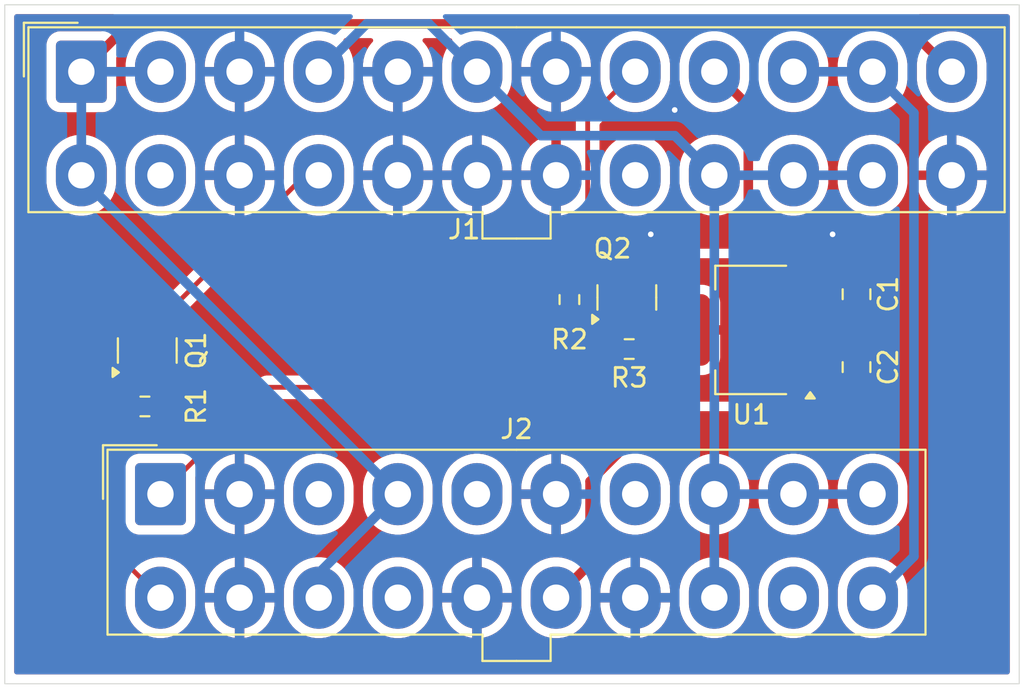
<source format=kicad_pcb>
(kicad_pcb (version 20240108) (generator "pcbnew") (generator_version "8.0")
  (layers (0 "F.Cu" signal) (31 "B.Cu" signal) (34 "B.Paste" user) (35 "F.Paste" user) (36 "B.SilkS" user "B.Silkscreen") (37 "F.SilkS" user "F.Silkscreen") (38 "B.Mask" user) (39 "F.Mask" user) (44 "Edge.Cuts" user))
  (net 0 "")
  (net 1 "GND")
  (net 2 "+5VSB")
  (net 3 "+3V3SB")
  (net 4 "+3V3")
  (net 5 "+5V")
  (net 6 "+12V")
  (net 7 "-12V")
  (net 9 "/PWR_OK")
  (net 10 "Net-(J1-PS_ON#)")
  (net 11 "/PS_ON")
  (net 17 "Net-(Q1-B)")
  (net 18 "Net-(Q2-B)")
  (net 19 "Net-(J1-PWR_OK)")
  (footprint "Capacitor_SMD:C_0805_2012Metric" (layer "F.Cu") (at 155.448 93.098999 -90)
    (property "Reference" "C1" (at 0 -1.679999 90) (layer "F.SilkS"))
    (property "Value" "10uF")
    (fp_line (start -0.261253 0.735) (end 0.261253 0.735) (stroke (width 0.12)) (layer "F.SilkS"))
    (fp_line (start -0.261253 -0.735) (end 0.261253 -0.735) (stroke (width 0.12)) (layer "F.SilkS"))
    (pad "1" smd roundrect (at -0.949999 0 270) (size 1 1.45) (layers "F.Cu" "F.Paste" "F.Mask") (net 2 "+5VSB"))
    (pad "2" smd roundrect (at 0.949999 0 270) (size 1 1.45) (layers "F.Cu" "F.Paste" "F.Mask") (net 1 "GND"))
  )
  (footprint "Package_TO_SOT_SMD:SOT-223-3_TabPin2" (layer "F.Cu") (at 149.86 94.996 180)
    (property "Reference" "U1" (at 0 -4.500001 360) (layer "F.SilkS"))
    (property "Value" "LM1117MP-3.3")
    (fp_line (start 1.91 3.41) (end 1.91 2.150001) (stroke (width 0.12)) (layer "F.SilkS"))
    (fp_line (start 1.91 -3.41) (end 1.91 -2.150001) (stroke (width 0.12)) (layer "F.SilkS"))
    (fp_line (start -1.85 3.410001) (end 1.91 3.41) (stroke (width 0.12)) (layer "F.SilkS"))
    (fp_line (start -1.85 -3.410001) (end 1.91 -3.41) (stroke (width 0.12)) (layer "F.SilkS"))
    (fp_poly (pts (xy -3.13 -3.31) (xy -3.37 -3.64) (xy -2.89 -3.64) (xy -3.13 -3.31)) (stroke (width 0.12)) (fill solid) (layer "F.SilkS"))
    (pad "1" smd roundrect (at -3.15 -2.3 180) (size 2 1.5) (layers "F.Cu" "F.Paste" "F.Mask") (net 1 "GND"))
    (pad "2" smd roundrect (at -3.149999 0 180) (size 2 1.5) (layers "F.Cu" "F.Paste" "F.Mask") (net 3 "+3V3SB"))
    (pad "2" smd roundrect (at 3.149999 0 180) (size 2 3.8) (layers "F.Cu" "F.Paste" "F.Mask") (net 3 "+3V3SB"))
    (pad "3" smd roundrect (at -3.15 2.3 180) (size 2 1.5) (layers "F.Cu" "F.Paste" "F.Mask") (net 2 "+5VSB"))
  )
  (footprint "Resistor_SMD:R_0603_1608Metric" (layer "F.Cu") (at 117.675 99.06 180)
    (property "Reference" "R1" (at -2.721 0 90) (layer "F.SilkS"))
    (property "Value" "1k")
    (fp_line (start -0.237258 0.5225) (end 0.237258 0.5225) (stroke (width 0.12)) (layer "F.SilkS"))
    (fp_line (start -0.237258 -0.5225) (end 0.237258 -0.5225) (stroke (width 0.12)) (layer "F.SilkS"))
    (pad "1" smd roundrect (at -0.825 0 180) (size 0.8 0.95) (layers "F.Cu" "F.Paste" "F.Mask") (net 11 "/PS_ON"))
    (pad "2" smd roundrect (at 0.825 0 180) (size 0.8 0.95) (layers "F.Cu" "F.Paste" "F.Mask") (net 17 "Net-(Q1-B)"))
  )
  (footprint "Connector_Molex:Molex_Mini-Fit_Jr_5566-20A_2x10_P4.20mm_Vertical" (layer "F.Cu") (at 118.5 103.72)
    (property "Reference" "J2" (at 18.9 -3.45 0) (layer "F.SilkS"))
    (property "Value" "XBOX")
    (fp_line (start -3.05 -2.6) (end -3.05 0.25) (stroke (width 0.12)) (layer "F.SilkS"))
    (fp_line (start -2.81 -2.36) (end -2.81 7.46) (stroke (width 0.12)) (layer "F.SilkS"))
    (fp_line (start -2.81 7.46) (end 17.09 7.46) (stroke (width 0.12)) (layer "F.SilkS"))
    (fp_line (start -0.2 -2.6) (end -3.05 -2.6) (stroke (width 0.12)) (layer "F.SilkS"))
    (fp_line (start 17.09 7.46) (end 17.09 8.86) (stroke (width 0.12)) (layer "F.SilkS"))
    (fp_line (start 17.09 8.86) (end 18.9 8.86) (stroke (width 0.12)) (layer "F.SilkS"))
    (fp_line (start 18.9 -2.36) (end -2.81 -2.36) (stroke (width 0.12)) (layer "F.SilkS"))
    (fp_line (start 18.9 -2.36) (end 40.61 -2.36) (stroke (width 0.12)) (layer "F.SilkS"))
    (fp_line (start 20.71 7.46) (end 20.71 8.86) (stroke (width 0.12)) (layer "F.SilkS"))
    (fp_line (start 20.71 8.86) (end 18.9 8.86) (stroke (width 0.12)) (layer "F.SilkS"))
    (fp_line (start 40.61 -2.36) (end 40.61 7.46) (stroke (width 0.12)) (layer "F.SilkS"))
    (fp_line (start 40.61 7.46) (end 20.71 7.46) (stroke (width 0.12)) (layer "F.SilkS"))
    (pad "1" thru_hole roundrect (at 0 0) (size 2.7 3.3) (drill 1.4) (layers "*.Cu" "*.Mask") (roundrect_rratio 0.092593) (net 9 "/PWR_OK"))
    (pad "2" thru_hole oval (at 4.2 0) (size 2.7 3.3) (drill 1.4) (layers "*.Cu" "*.Mask") (net 1 "GND"))
    (pad "3" thru_hole oval (at 8.4 0) (size 2.7 3.3) (drill 1.4) (layers "*.Cu" "*.Mask"))
    (pad "4" thru_hole oval (at 12.6 0) (size 2.7 3.3) (drill 1.4) (layers "*.Cu" "*.Mask") (net 4 "+3V3"))
    (pad "5" thru_hole oval (at 16.8 0) (size 2.7 3.3) (drill 1.4) (layers "*.Cu" "*.Mask"))
    (pad "6" thru_hole oval (at 21 0) (size 2.7 3.3) (drill 1.4) (layers "*.Cu" "*.Mask") (net 1 "GND"))
    (pad "7" thru_hole oval (at 25.2 0) (size 2.7 3.3) (drill 1.4) (layers "*.Cu" "*.Mask"))
    (pad "8" thru_hole oval (at 29.4 0) (size 2.7 3.3) (drill 1.4) (layers "*.Cu" "*.Mask") (net 5 "+5V"))
    (pad "9" thru_hole oval (at 33.6 0) (size 2.7 3.3) (drill 1.4) (layers "*.Cu" "*.Mask") (net 5 "+5V"))
    (pad "10" thru_hole oval (at 37.8 0) (size 2.7 3.3) (drill 1.4) (layers "*.Cu" "*.Mask") (net 5 "+5V"))
    (pad "11" thru_hole oval (at 0 5.5) (size 2.7 3.3) (drill 1.4) (layers "*.Cu" "*.Mask") (net 11 "/PS_ON"))
    (pad "12" thru_hole oval (at 4.2 5.5) (size 2.7 3.3) (drill 1.4) (layers "*.Cu" "*.Mask") (net 1 "GND"))
    (pad "13" thru_hole oval (at 8.4 5.5) (size 2.7 3.3) (drill 1.4) (layers "*.Cu" "*.Mask") (net 4 "+3V3"))
    (pad "14" thru_hole oval (at 12.6 5.5) (size 2.7 3.3) (drill 1.4) (layers "*.Cu" "*.Mask"))
    (pad "15" thru_hole oval (at 16.8 5.5) (size 2.7 3.3) (drill 1.4) (layers "*.Cu" "*.Mask") (net 1 "GND"))
    (pad "16" thru_hole oval (at 21 5.5) (size 2.7 3.3) (drill 1.4) (layers "*.Cu" "*.Mask") (net 3 "+3V3SB"))
    (pad "17" thru_hole oval (at 25.2 5.5) (size 2.7 3.3) (drill 1.4) (layers "*.Cu" "*.Mask") (net 1 "GND"))
    (pad "18" thru_hole oval (at 29.4 5.5) (size 2.7 3.3) (drill 1.4) (layers "*.Cu" "*.Mask") (net 5 "+5V"))
    (pad "19" thru_hole oval (at 33.6 5.5) (size 2.7 3.3) (drill 1.4) (layers "*.Cu" "*.Mask"))
    (pad "20" thru_hole oval (at 37.8 5.5) (size 2.7 3.3) (drill 1.4) (layers "*.Cu" "*.Mask") (net 6 "+12V"))
  )
  (footprint "Package_TO_SOT_SMD:SOT-23" (layer "F.Cu") (at 117.8 96.0905 90)
    (property "Reference" "Q1" (at 0 2.596 90) (layer "F.SilkS"))
    (property "Value" "MMBT3904")
    (fp_line (start 0 -1.560001) (end 0.65 -1.56) (stroke (width 0.12)) (layer "F.SilkS"))
    (fp_line (start 0 -1.560001) (end -0.65 -1.56) (stroke (width 0.12)) (layer "F.SilkS"))
    (fp_line (start 0 1.560001) (end 0.65 1.56) (stroke (width 0.12)) (layer "F.SilkS"))
    (fp_line (start 0 1.560001) (end -0.65 1.56) (stroke (width 0.12)) (layer "F.SilkS"))
    (fp_poly (pts (xy -1.1625 -1.51) (xy -1.4025 -1.84) (xy -0.9225 -1.839999) (xy -1.1625 -1.51)) (stroke (width 0.12)) (fill solid) (layer "F.SilkS"))
    (pad "1" smd roundrect (at -0.9375 -0.95 90) (size 1.475 0.6) (layers "F.Cu" "F.Paste" "F.Mask") (net 17 "Net-(Q1-B)"))
    (pad "2" smd roundrect (at -0.9375 0.95 90) (size 1.475 0.6) (layers "F.Cu" "F.Paste" "F.Mask") (net 1 "GND"))
    (pad "3" smd roundrect (at 0.937501 0 90) (size 1.475 0.6) (layers "F.Cu" "F.Paste" "F.Mask") (net 10 "Net-(J1-PS_ON#)"))
  )
  (footprint "Connector_Molex:Molex_Mini-Fit_Jr_5566-24A_2x12_P4.20mm_Vertical" (layer "F.Cu") (at 114.3 81.28)
    (property "Reference" "J1" (at 20.32 8.382 0) (layer "F.SilkS"))
    (property "Value" "ATX-24")
    (fp_line (start -3.05 -2.6) (end -3.05 0.25) (stroke (width 0.12)) (layer "F.SilkS"))
    (fp_line (start -2.81 -2.36) (end -2.81 7.46) (stroke (width 0.12)) (layer "F.SilkS"))
    (fp_line (start -2.81 7.46) (end 21.29 7.46) (stroke (width 0.12)) (layer "F.SilkS"))
    (fp_line (start -0.2 -2.6) (end -3.05 -2.6) (stroke (width 0.12)) (layer "F.SilkS"))
    (fp_line (start 21.29 7.46) (end 21.29 8.86) (stroke (width 0.12)) (layer "F.SilkS"))
    (fp_line (start 21.29 8.86) (end 23.1 8.86) (stroke (width 0.12)) (layer "F.SilkS"))
    (fp_line (start 23.1 -2.36) (end -2.81 -2.36) (stroke (width 0.12)) (layer "F.SilkS"))
    (fp_line (start 23.1 -2.36) (end 49.01 -2.36) (stroke (width 0.12)) (layer "F.SilkS"))
    (fp_line (start 24.91 7.46) (end 24.91 8.86) (stroke (width 0.12)) (layer "F.SilkS"))
    (fp_line (start 24.91 8.86) (end 23.1 8.86) (stroke (width 0.12)) (layer "F.SilkS"))
    (fp_line (start 49.01 -2.36) (end 49.01 7.46) (stroke (width 0.12)) (layer "F.SilkS"))
    (fp_line (start 49.01 7.46) (end 24.91 7.46) (stroke (width 0.12)) (layer "F.SilkS"))
    (pad "1" thru_hole roundrect (at 0 0) (size 2.7 3.3) (drill 1.4) (layers "*.Cu" "*.Mask") (roundrect_rratio 0.092593) (net 4 "+3V3"))
    (pad "2" thru_hole oval (at 4.2 0) (size 2.7 3.3) (drill 1.4) (layers "*.Cu" "*.Mask") (net 4 "+3V3"))
    (pad "3" thru_hole oval (at 8.4 0) (size 2.7 3.3) (drill 1.4) (layers "*.Cu" "*.Mask") (net 1 "GND"))
    (pad "4" thru_hole oval (at 12.6 0) (size 2.7 3.3) (drill 1.4) (layers "*.Cu" "*.Mask") (net 5 "+5V"))
    (pad "5" thru_hole oval (at 16.8 0) (size 2.7 3.3) (drill 1.4) (layers "*.Cu" "*.Mask") (net 1 "GND"))
    (pad "6" thru_hole oval (at 21 0) (size 2.7 3.3) (drill 1.4) (layers "*.Cu" "*.Mask") (net 5 "+5V"))
    (pad "7" thru_hole oval (at 25.2 0) (size 2.7 3.3) (drill 1.4) (layers "*.Cu" "*.Mask") (net 1 "GND"))
    (pad "8" thru_hole oval (at 29.4 0) (size 2.7 3.3) (drill 1.4) (layers "*.Cu" "*.Mask") (net 19 "Net-(J1-PWR_OK)"))
    (pad "9" thru_hole oval (at 33.6 0) (size 2.7 3.3) (drill 1.4) (layers "*.Cu" "*.Mask") (net 2 "+5VSB"))
    (pad "10" thru_hole oval (at 37.8 0) (size 2.7 3.3) (drill 1.4) (layers "*.Cu" "*.Mask") (net 6 "+12V"))
    (pad "11" thru_hole oval (at 42 0) (size 2.7 3.3) (drill 1.4) (layers "*.Cu" "*.Mask") (net 6 "+12V"))
    (pad "12" thru_hole oval (at 46.2 0) (size 2.7 3.3) (drill 1.4) (layers "*.Cu" "*.Mask") (net 4 "+3V3"))
    (pad "13" thru_hole oval (at 0 5.5) (size 2.7 3.3) (drill 1.4) (layers "*.Cu" "*.Mask") (net 4 "+3V3"))
    (pad "14" thru_hole oval (at 4.2 5.5) (size 2.7 3.3) (drill 1.4) (layers "*.Cu" "*.Mask") (net 7 "-12V"))
    (pad "15" thru_hole oval (at 8.4 5.5) (size 2.7 3.3) (drill 1.4) (layers "*.Cu" "*.Mask") (net 1 "GND"))
    (pad "16" thru_hole oval (at 12.6 5.5) (size 2.7 3.3) (drill 1.4) (layers "*.Cu" "*.Mask") (net 10 "Net-(J1-PS_ON#)"))
    (pad "17" thru_hole oval (at 16.8 5.5) (size 2.7 3.3) (drill 1.4) (layers "*.Cu" "*.Mask") (net 1 "GND"))
    (pad "18" thru_hole oval (at 21 5.5) (size 2.7 3.3) (drill 1.4) (layers "*.Cu" "*.Mask") (net 1 "GND"))
    (pad "19" thru_hole oval (at 25.2 5.5) (size 2.7 3.3) (drill 1.4) (layers "*.Cu" "*.Mask") (net 1 "GND"))
    (pad "20" thru_hole oval (at 29.4 5.5) (size 2.7 3.3) (drill 1.4) (layers "*.Cu" "*.Mask"))
    (pad "21" thru_hole oval (at 33.6 5.5) (size 2.7 3.3) (drill 1.4) (layers "*.Cu" "*.Mask") (net 5 "+5V"))
    (pad "22" thru_hole oval (at 37.8 5.5) (size 2.7 3.3) (drill 1.4) (layers "*.Cu" "*.Mask") (net 5 "+5V"))
    (pad "23" thru_hole oval (at 42 5.5) (size 2.7 3.3) (drill 1.4) (layers "*.Cu" "*.Mask") (net 5 "+5V"))
    (pad "24" thru_hole oval (at 46.2 5.5) (size 2.7 3.3) (drill 1.4) (layers "*.Cu" "*.Mask") (net 1 "GND"))
  )
  (footprint "Package_TO_SOT_SMD:SOT-23" (layer "F.Cu") (at 143.256 93.271 90)
    (property "Reference" "Q2" (at 2.593 -0.762 180) (layer "F.SilkS"))
    (property "Value" "MMBT3904")
    (fp_line (start 0 -1.560001) (end 0.65 -1.56) (stroke (width 0.12)) (layer "F.SilkS"))
    (fp_line (start 0 -1.560001) (end -0.65 -1.56) (stroke (width 0.12)) (layer "F.SilkS"))
    (fp_line (start 0 1.560001) (end 0.65 1.56) (stroke (width 0.12)) (layer "F.SilkS"))
    (fp_line (start 0 1.560001) (end -0.65 1.56) (stroke (width 0.12)) (layer "F.SilkS"))
    (fp_poly (pts (xy -1.1625 -1.51) (xy -1.4025 -1.84) (xy -0.9225 -1.839999) (xy -1.1625 -1.51)) (stroke (width 0.12)) (fill solid) (layer "F.SilkS"))
    (pad "1" smd roundrect (at -0.9375 -0.95 90) (size 1.475 0.6) (layers "F.Cu" "F.Paste" "F.Mask") (net 18 "Net-(Q2-B)"))
    (pad "2" smd roundrect (at -0.9375 0.95 90) (size 1.475 0.6) (layers "F.Cu" "F.Paste" "F.Mask") (net 9 "/PWR_OK"))
    (pad "3" smd roundrect (at 0.937501 0 90) (size 1.475 0.6) (layers "F.Cu" "F.Paste" "F.Mask") (net 3 "+3V3SB"))
  )
  (footprint "Capacitor_SMD:C_0805_2012Metric" (layer "F.Cu") (at 155.448 96.971 90)
    (property "Reference" "C2" (at 0 1.679999 90) (layer "F.SilkS"))
    (property "Value" "10uF")
    (fp_line (start -0.261253 -0.735) (end 0.261253 -0.735) (stroke (width 0.12)) (layer "F.SilkS"))
    (fp_line (start -0.261253 0.735) (end 0.261253 0.735) (stroke (width 0.12)) (layer "F.SilkS"))
    (pad "1" smd roundrect (at -0.949999 0 90) (size 1 1.45) (layers "F.Cu" "F.Paste" "F.Mask") (net 1 "GND"))
    (pad "2" smd roundrect (at 0.949999 0 90) (size 1 1.45) (layers "F.Cu" "F.Paste" "F.Mask") (net 3 "+3V3SB"))
  )
  (footprint "Resistor_SMD:R_0603_1608Metric" (layer "F.Cu") (at 140.208 93.3835 -90)
    (property "Reference" "R2" (at 2.1205 0 180) (layer "F.SilkS"))
    (property "Value" "470R")
    (fp_line (start -0.237258 0.5225) (end 0.237258 0.5225) (stroke (width 0.12)) (layer "F.SilkS"))
    (fp_line (start -0.237258 -0.5225) (end 0.237258 -0.5225) (stroke (width 0.12)) (layer "F.SilkS"))
    (pad "1" smd roundrect (at -0.825 0 270) (size 0.8 0.95) (layers "F.Cu" "F.Paste" "F.Mask") (net 19 "Net-(J1-PWR_OK)"))
    (pad "2" smd roundrect (at 0.825 0 270) (size 0.8 0.95) (layers "F.Cu" "F.Paste" "F.Mask") (net 18 "Net-(Q2-B)"))
  )
  (footprint "Resistor_SMD:R_0603_1608Metric" (layer "F.Cu") (at 143.381 96.012)
    (property "Reference" "R3" (at 0 1.524 0) (layer "F.SilkS"))
    (property "Value" "1k")
    (fp_line (start -0.237258 -0.5225) (end 0.237258 -0.5225) (stroke (width 0.12)) (layer "F.SilkS"))
    (fp_line (start -0.237258 0.5225) (end 0.237258 0.5225) (stroke (width 0.12)) (layer "F.SilkS"))
    (pad "1" smd roundrect (at -0.825 0) (size 0.8 0.95) (layers "F.Cu" "F.Paste" "F.Mask") (net 1 "GND"))
    (pad "2" smd roundrect (at 0.825 0) (size 0.8 0.95) (layers "F.Cu" "F.Paste" "F.Mask") (net 9 "/PWR_OK"))
  )
  (gr_rect (start 110.236 77.724) (end 164.084 113.792) (stroke (width 0.05)) (fill none) (layer "Edge.Cuts"))
  (segment (start 155.448 97.920999) (end 153.634999 97.920999) (width 0.3556) (layer "F.Cu") (net 1))
  (segment (start 153.634999 97.920999) (end 153.01 97.296) (width 0.3556) (layer "F.Cu") (net 1))
  (via (at 154.178 89.916) (size 0.61) (drill 0.3) (layers "F.Cu" "B.Cu") (net 1))
  (via (at 145.796 83.312) (size 0.61) (drill 0.3) (layers "F.Cu" "B.Cu") (net 1))
  (via (at 144.526 89.916) (size 0.61) (drill 0.3) (layers "F.Cu" "B.Cu") (net 1))
  (segment (start 149.704 89.39) (end 149.704 83.084) (width 0.508) (layer "F.Cu") (net 2))
  (segment (start 149.704 83.084) (end 147.9 81.28) (width 0.508) (layer "F.Cu") (net 2))
  (segment (start 153.01 92.696) (end 149.704 89.39) (width 0.508) (layer "F.Cu") (net 2))
  (segment (start 153.557 92.149) (end 153.009999 92.696) (width 0.508) (layer "F.Cu") (net 2))
  (segment (start 155.448 92.149) (end 153.557 92.149) (width 0.508) (layer "F.Cu") (net 2))
  (segment (start 146.710001 94.996) (end 146.710001 97.637999) (width 0.508) (layer "F.Cu") (net 3))
  (segment (start 144.0475 92.333499) (end 146.710001 94.996) (width 0.254) (layer "F.Cu") (net 3))
  (segment (start 143.256 92.333499) (end 144.0475 92.333499) (width 0.254) (layer "F.Cu") (net 3))
  (segment (start 141.304 103.044) (end 141.304 107.416) (width 0.508) (layer "F.Cu") (net 3))
  (segment (start 141.304 107.416) (end 139.5 109.22) (width 0.508) (layer "F.Cu") (net 3))
  (segment (start 154.035 96.021001) (end 153.009999 94.996) (width 0.508) (layer "F.Cu") (net 3))
  (segment (start 155.448 96.021001) (end 154.035 96.021001) (width 0.508) (layer "F.Cu") (net 3))
  (segment (start 142.732 101.616) (end 141.304 103.044) (width 0.508) (layer "F.Cu") (net 3))
  (segment (start 146.710001 97.637999) (end 142.732 101.616) (width 0.508) (layer "F.Cu") (net 3))
  (segment (start 157.96 78.74) (end 160.5 81.28) (width 0.508) (layer "F.Cu") (net 4))
  (segment (start 114.3 81.28) (end 116.84 78.74) (width 0.508) (layer "F.Cu") (net 4))
  (segment (start 116.84 78.74) (end 157.96 78.74) (width 0.508) (layer "F.Cu") (net 4))
  (segment (start 126.9 107.92) (end 131.1 103.72) (width 0.508) (layer "B.Cu") (net 4))
  (segment (start 114.3 81.28) (end 118.5 81.28) (width 0.508) (layer "B.Cu") (net 4))
  (segment (start 114.3 86.92) (end 114.3 86.78) (width 0.508) (layer "B.Cu") (net 4))
  (segment (start 126.9 109.22) (end 126.9 107.92) (width 0.508) (layer "B.Cu") (net 4))
  (segment (start 131.1 103.72) (end 114.3 86.92) (width 0.508) (layer "B.Cu") (net 4))
  (segment (start 114.3 86.78) (end 114.3 81.28) (width 0.508) (layer "B.Cu") (net 4))
  (segment (start 138.696 84.676) (end 135.3 81.28) (width 0.508) (layer "B.Cu") (net 5))
  (segment (start 156.3 103.72) (end 147.9 103.72) (width 0.508) (layer "B.Cu") (net 5))
  (segment (start 147.9 109.22) (end 147.9 103.72) (width 0.508) (layer "B.Cu") (net 5))
  (segment (start 129.44 78.74) (end 126.9 81.28) (width 0.508) (layer "B.Cu") (net 5))
  (segment (start 147.9 86.78) (end 145.796 84.676) (width 0.508) (layer "B.Cu") (net 5))
  (segment (start 147.9 103.72) (end 147.9 86.78) (width 0.508) (layer "B.Cu") (net 5))
  (segment (start 147.9 86.78) (end 156.3 86.78) (width 0.508) (layer "B.Cu") (net 5))
  (segment (start 145.796 84.676) (end 138.696 84.676) (width 0.508) (layer "B.Cu") (net 5))
  (segment (start 132.76 78.74) (end 129.44 78.74) (width 0.508) (layer "B.Cu") (net 5))
  (segment (start 135.3 81.28) (end 132.76 78.74) (width 0.508) (layer "B.Cu") (net 5))
  (segment (start 158.496 83.476) (end 156.3 81.28) (width 0.508) (layer "B.Cu") (net 6))
  (segment (start 156.3 109.22) (end 158.496 107.024) (width 0.508) (layer "B.Cu") (net 6))
  (segment (start 156.3 81.28) (end 152.1 81.28) (width 0.508) (layer "B.Cu") (net 6))
  (segment (start 158.496 107.024) (end 158.496 83.476) (width 0.508) (layer "B.Cu") (net 6))
  (segment (start 142.24 98.044) (end 124.176 98.044) (width 0.254) (layer "F.Cu") (net 9))
  (segment (start 144.206 96.012) (end 144.206 94.2085) (width 0.254) (layer "F.Cu") (net 9))
  (segment (start 144.206 96.012) (end 144.206 96.078) (width 0.254) (layer "F.Cu") (net 9))
  (segment (start 124.176 98.044) (end 118.5 103.72) (width 0.254) (layer "F.Cu") (net 9))
  (segment (start 144.206 96.078) (end 142.24 98.044) (width 0.254) (layer "F.Cu") (net 9))
  (segment (start 126.9 86.78) (end 126.172999 86.78) (width 0.254) (layer "F.Cu") (net 10))
  (segment (start 126.172999 86.78) (end 117.8 95.152999) (width 0.254) (layer "F.Cu") (net 10))
  (segment (start 118.5 109.22) (end 116.332 107.052) (width 0.254) (layer "F.Cu") (net 11))
  (segment (start 116.332 101.228) (end 118.5 99.06) (width 0.254) (layer "F.Cu") (net 11))
  (segment (start 116.332 107.052) (end 116.332 101.228) (width 0.254) (layer "F.Cu") (net 11))
  (segment (start 116.85 97.028) (end 116.85 99.06) (width 0.254) (layer "F.Cu") (net 17))
  (segment (start 142.306 94.2085) (end 140.208 94.2085) (width 0.254) (layer "F.Cu") (net 18))
  (segment (start 141.177 83.803) (end 143.7 81.28) (width 0.254) (layer "F.Cu") (net 19))
  (segment (start 141.177 91.5895) (end 141.177 83.803) (width 0.254) (layer "F.Cu") (net 19))
  (segment (start 140.208 92.5585) (end 141.177 91.5895) (width 0.254) (layer "F.Cu") (net 19))
  (zone (net 3) (net_name "+3V3SB") (layer "F.Cu") (priority 1) (connect_pads (clearance 0.5)) (min_thickness 0.25) (fill yes (thermal_gap 0.5) (thermal_bridge_width 0.5))
    (polygon (pts (xy 145.288 91.186) (xy 154.432 91.186) (xy 154.432 98.806) (xy 145.288 98.806)))
  )
  (zone (net 1) (net_name "GND") (layers "F&B.Cu") (connect_pads (clearance 0.5)) (min_thickness 0.25) (fill yes (thermal_gap 0.5) (thermal_bridge_width 0.5))
    (polygon (pts (xy 109.982 77.47) (xy 164.084 77.724) (xy 164.338 114.046) (xy 110.236 113.792)))
  )
)
</source>
